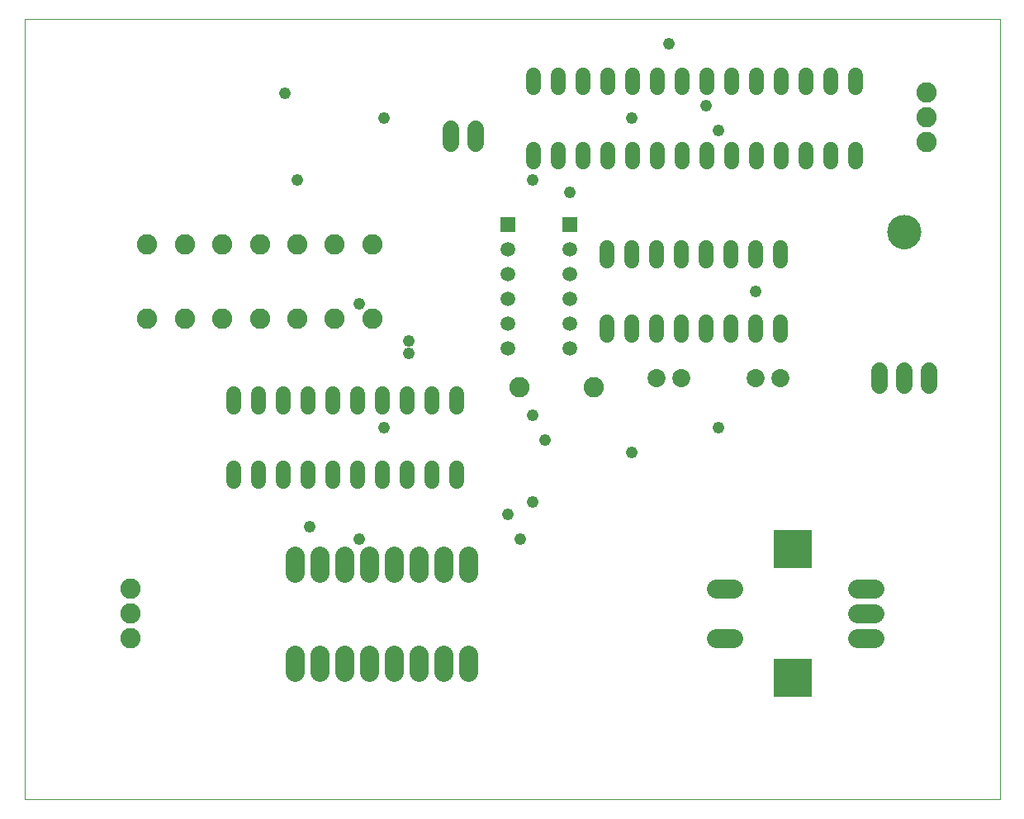
<source format=gbs>
G75*
G70*
%OFA0B0*%
%FSLAX24Y24*%
%IPPOS*%
%LPD*%
%AMOC8*
5,1,8,0,0,1.08239X$1,22.5*
%
%ADD10C,0.0000*%
%ADD11C,0.0600*%
%ADD12C,0.0780*%
%ADD13R,0.0595X0.0595*%
%ADD14C,0.0595*%
%ADD15C,0.0820*%
%ADD16R,0.1580X0.1580*%
%ADD17C,0.0680*%
%ADD18C,0.1380*%
%ADD19C,0.0730*%
%ADD20C,0.0480*%
D10*
X000100Y000100D02*
X000100Y031596D01*
X039470Y031596D01*
X039470Y000100D01*
X000100Y000100D01*
X034950Y023000D02*
X034952Y023050D01*
X034958Y023100D01*
X034968Y023150D01*
X034981Y023198D01*
X034998Y023246D01*
X035019Y023292D01*
X035043Y023336D01*
X035071Y023378D01*
X035102Y023418D01*
X035136Y023455D01*
X035173Y023490D01*
X035212Y023521D01*
X035253Y023550D01*
X035297Y023575D01*
X035343Y023597D01*
X035390Y023615D01*
X035438Y023629D01*
X035487Y023640D01*
X035537Y023647D01*
X035587Y023650D01*
X035638Y023649D01*
X035688Y023644D01*
X035738Y023635D01*
X035786Y023623D01*
X035834Y023606D01*
X035880Y023586D01*
X035925Y023563D01*
X035968Y023536D01*
X036008Y023506D01*
X036046Y023473D01*
X036081Y023437D01*
X036114Y023398D01*
X036143Y023357D01*
X036169Y023314D01*
X036192Y023269D01*
X036211Y023222D01*
X036226Y023174D01*
X036238Y023125D01*
X036246Y023075D01*
X036250Y023025D01*
X036250Y022975D01*
X036246Y022925D01*
X036238Y022875D01*
X036226Y022826D01*
X036211Y022778D01*
X036192Y022731D01*
X036169Y022686D01*
X036143Y022643D01*
X036114Y022602D01*
X036081Y022563D01*
X036046Y022527D01*
X036008Y022494D01*
X035968Y022464D01*
X035925Y022437D01*
X035880Y022414D01*
X035834Y022394D01*
X035786Y022377D01*
X035738Y022365D01*
X035688Y022356D01*
X035638Y022351D01*
X035587Y022350D01*
X035537Y022353D01*
X035487Y022360D01*
X035438Y022371D01*
X035390Y022385D01*
X035343Y022403D01*
X035297Y022425D01*
X035253Y022450D01*
X035212Y022479D01*
X035173Y022510D01*
X035136Y022545D01*
X035102Y022582D01*
X035071Y022622D01*
X035043Y022664D01*
X035019Y022708D01*
X034998Y022754D01*
X034981Y022802D01*
X034968Y022850D01*
X034958Y022900D01*
X034952Y022950D01*
X034950Y023000D01*
D11*
X033647Y025840D02*
X033647Y026360D01*
X032647Y026360D02*
X032647Y025840D01*
X031647Y025840D02*
X031647Y026360D01*
X030647Y026360D02*
X030647Y025840D01*
X029647Y025840D02*
X029647Y026360D01*
X028647Y026360D02*
X028647Y025840D01*
X027647Y025840D02*
X027647Y026360D01*
X026647Y026360D02*
X026647Y025840D01*
X025647Y025840D02*
X025647Y026360D01*
X024647Y026360D02*
X024647Y025840D01*
X023647Y025840D02*
X023647Y026360D01*
X022647Y026360D02*
X022647Y025840D01*
X021647Y025840D02*
X021647Y026360D01*
X020647Y026360D02*
X020647Y025840D01*
X020647Y028840D02*
X020647Y029360D01*
X021647Y029360D02*
X021647Y028840D01*
X022647Y028840D02*
X022647Y029360D01*
X023647Y029360D02*
X023647Y028840D01*
X024647Y028840D02*
X024647Y029360D01*
X025647Y029360D02*
X025647Y028840D01*
X026647Y028840D02*
X026647Y029360D01*
X027647Y029360D02*
X027647Y028840D01*
X028647Y028840D02*
X028647Y029360D01*
X029647Y029360D02*
X029647Y028840D01*
X030647Y028840D02*
X030647Y029360D01*
X031647Y029360D02*
X031647Y028840D01*
X032647Y028840D02*
X032647Y029360D01*
X033647Y029360D02*
X033647Y028840D01*
X030616Y022376D02*
X030616Y021856D01*
X029616Y021856D02*
X029616Y022376D01*
X028616Y022376D02*
X028616Y021856D01*
X027616Y021856D02*
X027616Y022376D01*
X026616Y022376D02*
X026616Y021856D01*
X025616Y021856D02*
X025616Y022376D01*
X024616Y022376D02*
X024616Y021856D01*
X023616Y021856D02*
X023616Y022376D01*
X023616Y019376D02*
X023616Y018856D01*
X024616Y018856D02*
X024616Y019376D01*
X025616Y019376D02*
X025616Y018856D01*
X026616Y018856D02*
X026616Y019376D01*
X027616Y019376D02*
X027616Y018856D01*
X028616Y018856D02*
X028616Y019376D01*
X029616Y019376D02*
X029616Y018856D01*
X030616Y018856D02*
X030616Y019376D01*
X017553Y016470D02*
X017553Y015950D01*
X016553Y015950D02*
X016553Y016470D01*
X015553Y016470D02*
X015553Y015950D01*
X014553Y015950D02*
X014553Y016470D01*
X013553Y016470D02*
X013553Y015950D01*
X012553Y015950D02*
X012553Y016470D01*
X011553Y016470D02*
X011553Y015950D01*
X010553Y015950D02*
X010553Y016470D01*
X009553Y016470D02*
X009553Y015950D01*
X008553Y015950D02*
X008553Y016470D01*
X008553Y013470D02*
X008553Y012950D01*
X009553Y012950D02*
X009553Y013470D01*
X010553Y013470D02*
X010553Y012950D01*
X011553Y012950D02*
X011553Y013470D01*
X012553Y013470D02*
X012553Y012950D01*
X013553Y012950D02*
X013553Y013470D01*
X014553Y013470D02*
X014553Y012950D01*
X015553Y012950D02*
X015553Y013470D01*
X016553Y013470D02*
X016553Y012950D01*
X017553Y012950D02*
X017553Y013470D01*
D12*
X018021Y009950D02*
X018021Y009250D01*
X017021Y009250D02*
X017021Y009950D01*
X016021Y009950D02*
X016021Y009250D01*
X015021Y009250D02*
X015021Y009950D01*
X014021Y009950D02*
X014021Y009250D01*
X013021Y009250D02*
X013021Y009950D01*
X012021Y009950D02*
X012021Y009250D01*
X011021Y009250D02*
X011021Y009950D01*
X011021Y005950D02*
X011021Y005250D01*
X012021Y005250D02*
X012021Y005950D01*
X013021Y005950D02*
X013021Y005250D01*
X014021Y005250D02*
X014021Y005950D01*
X015021Y005950D02*
X015021Y005250D01*
X016021Y005250D02*
X016021Y005950D01*
X017021Y005950D02*
X017021Y005250D01*
X018021Y005250D02*
X018021Y005950D01*
X028000Y006600D02*
X028700Y006600D01*
X028700Y008600D02*
X028000Y008600D01*
X033700Y008600D02*
X034400Y008600D01*
X034400Y007600D02*
X033700Y007600D01*
X033700Y006600D02*
X034400Y006600D01*
D13*
X022100Y023313D03*
X019600Y023313D03*
D14*
X019600Y022313D03*
X019600Y021313D03*
X019600Y020313D03*
X019600Y019313D03*
X019600Y018313D03*
X022100Y018313D03*
X022100Y019313D03*
X022100Y020313D03*
X022100Y021313D03*
X022100Y022313D03*
D15*
X023069Y016757D03*
X020069Y016757D03*
X014147Y019506D03*
X012631Y019506D03*
X011116Y019506D03*
X009600Y019506D03*
X008084Y019506D03*
X006569Y019506D03*
X005053Y019506D03*
X005053Y022506D03*
X006569Y022506D03*
X008084Y022506D03*
X009600Y022506D03*
X011116Y022506D03*
X012631Y022506D03*
X014147Y022506D03*
X004368Y008600D03*
X004368Y007600D03*
X004368Y006600D03*
X036517Y026659D03*
X036517Y027659D03*
X036517Y028659D03*
D16*
X031100Y010200D03*
X031100Y005000D03*
D17*
X034600Y016800D02*
X034600Y017400D01*
X035600Y017400D02*
X035600Y016800D01*
X036600Y016800D02*
X036600Y017400D01*
X018317Y026572D02*
X018317Y027172D01*
X017317Y027172D02*
X017317Y026572D01*
D18*
X035600Y023000D03*
D19*
X030600Y017100D03*
X029600Y017100D03*
X026600Y017100D03*
X025600Y017100D03*
D20*
X028100Y015100D03*
X024600Y014100D03*
X021100Y014600D03*
X020600Y015600D03*
X020600Y012100D03*
X019600Y011600D03*
X020100Y010600D03*
X014600Y015100D03*
X015600Y018100D03*
X015600Y018600D03*
X013600Y020100D03*
X011100Y025100D03*
X014600Y027600D03*
X010600Y028600D03*
X020600Y025100D03*
X022100Y024600D03*
X024600Y027600D03*
X027600Y028100D03*
X028100Y027100D03*
X026100Y030600D03*
X029600Y020600D03*
X013600Y010600D03*
X011600Y011100D03*
M02*

</source>
